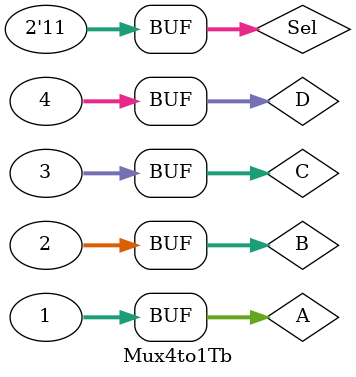
<source format=v>
`timescale 10ns / 1ps
/*
Objetivo:
	Que el valor de salida del Multiplexor concuerde con el valor que
	es seleccionado por la entrada llamada Seleccionador.
Procedimiento:
	Se asigna un valor a A, B, C y D; pues cuando el valor del seleccionador 
	esta en 0, se espera obtener el valor de A en la salida.
	Si el seleccionador esta en 1, se obteniene el valor de B, y así sucesivamente.
*/
module Mux4to1Tb;

	// Inputs
	reg [1:0] Sel;
	reg [31:0] A;
	reg [31:0] B;
	reg [31:0] C;
	reg [31:0] D;
	// Outputs
	wire [31:0] E;
	// Instantiate the Device Under Test (UUT)
	Mux4to1 DUT (
		.Sel(Sel), 
		.A(A), 
		.B(B), 
		.C(C),
		.D(D),
		.E(E)
	);
	initial
	begin
		// Initialize Inputs
		Sel = 2'b00;
		A = 1;
		B = 2;
		C = 3;
		D = 4;
		
		#10;
		
		Sel = 2'b01;
		A = 1;
		B = 2;
		C = 3;
		D = 4;
		
		#10;
		
		Sel = 2'b10;
		A = 1;
		B = 2;
		C = 3;
		D = 4;
		
		#10;
		
		Sel = 2'b11;
		A = 1;
		B = 2;
		C = 3;
		D = 4;
		// Add stimulus here
	end
endmodule


</source>
